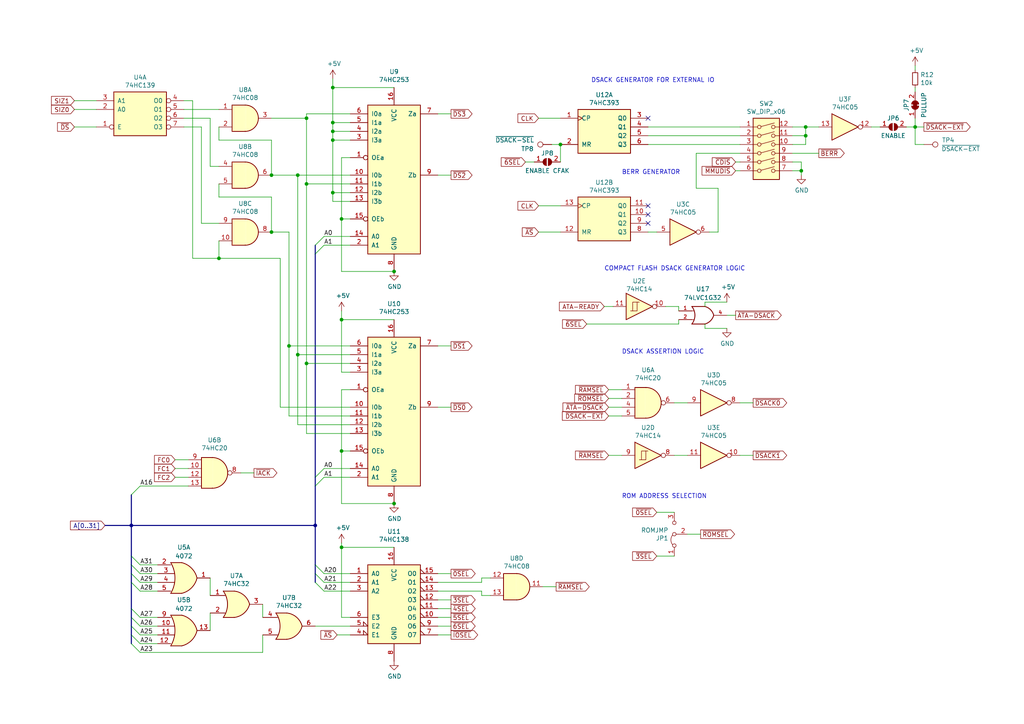
<source format=kicad_sch>
(kicad_sch (version 20250114) (generator "eeschema") (generator_version "9.0")
  (paper "A4")
  (title_block (title "Single Board Computer") (rev "2"))
  (lib_symbols
    (symbol "4xxx:4072" (pin_names (offset 1.016))
      (property "Reference" "U" (at 0 1.27 0))
      (property "Value" "4072" (at 0 -1.27 0))
      (symbol "4072_1_1"
        (pin input line (at -7.62 3.81 0) (length 3.81) (name "~") (number "2"))
        (pin input line (at -7.62 1.27 0) (length 4.826) (name "~") (number "3"))
        (pin input line (at -7.62 -1.27 0) (length 4.826) (name "~") (number "4"))
        (pin input line (at -7.62 -3.81 0) (length 3.81) (name "~") (number "5"))
        (pin output line (at 7.62 0 180) (length 3.81) (name "~") (number "1"))
      )
      (symbol "4072_1_2"
        (pin input inverted (at -7.62 3.81 0) (length 3.81) (name "~") (number "2"))
        (pin input inverted (at -7.62 1.27 0) (length 3.81) (name "~") (number "3"))
        (pin input inverted (at -7.62 -1.27 0) (length 3.81) (name "~") (number "4"))
        (pin input inverted (at -7.62 -3.81 0) (length 3.81) (name "~") (number "5"))
        (pin output inverted (at 7.62 0 180) (length 3.81) (name "~") (number "1"))
      )
      (symbol "4072_2_1"
        (pin input line (at -7.62 3.81 0) (length 3.81) (name "~") (number "9"))
        (pin input line (at -7.62 1.27 0) (length 4.826) (name "~") (number "10"))
        (pin input line (at -7.62 -1.27 0) (length 4.826) (name "~") (number "11"))
        (pin input line (at -7.62 -3.81 0) (length 3.81) (name "~") (number "12"))
        (pin output line (at 7.62 0 180) (length 3.81) (name "~") (number "13"))
      )
      (symbol "4072_2_2"
        (pin input inverted (at -7.62 3.81 0) (length 3.81) (name "~") (number "9"))
        (pin input inverted (at -7.62 1.27 0) (length 3.81) (name "~") (number "10"))
        (pin input inverted (at -7.62 -1.27 0) (length 3.81) (name "~") (number "11"))
        (pin input inverted (at -7.62 -3.81 0) (length 3.81) (name "~") (number "12"))
        (pin output inverted (at 7.62 0 180) (length 3.81) (name "~") (number "13"))
      )
      (symbol "4072_3_0"
        (pin power_in line (at 0 12.7 270) (length 5.08) (name "VDD") (number "14"))
        (pin power_in line (at 0 -12.7 90) (length 5.08) (name "VSS") (number "7"))
      )
    )
    (symbol "74xGxx:74LVC1G32" (pin_names (offset 1.016))
      (property "Reference" "U" (at -2.54 3.81 0))
      (property "Value" "74LVC1G32" (at 0 -3.81 0))
      (symbol "74LVC1G32_1_1"
        (pin input line (at -7.62 1.27 0) (length 3.81) (name "~") (number "1"))
        (pin input line (at -7.62 -1.27 0) (length 3.81) (name "~") (number "2"))
        (pin power_in line (at 0 2.54 90) (length 0) (hide yes) (name "VCC") (number "5"))
        (pin power_in line (at 0 -2.54 270) (length 0) (hide yes) (name "GND") (number "3"))
        (pin output line (at 6.35 0 180) (length 3.81) (name "~") (number "4"))
      )
    )
    (symbol "74xx:74HC14" (pin_names (offset 1.016))
      (property "Reference" "U" (at 0 1.27 0))
      (property "Value" "74HC14" (at 0 -1.27 0))
      (symbol "74HC14_1_0"
        (pin input line (at -7.62 0 0) (length 3.81) (name "~") (number "1"))
        (pin output inverted (at 7.62 0 180) (length 3.81) (name "~") (number "2"))
      )
      (symbol "74HC14_2_0"
        (pin input line (at -7.62 0 0) (length 3.81) (name "~") (number "3"))
        (pin output inverted (at 7.62 0 180) (length 3.81) (name "~") (number "4"))
      )
      (symbol "74HC14_3_0"
        (pin input line (at -7.62 0 0) (length 3.81) (name "~") (number "5"))
        (pin output inverted (at 7.62 0 180) (length 3.81) (name "~") (number "6"))
      )
      (symbol "74HC14_4_0"
        (pin input line (at -7.62 0 0) (length 3.81) (name "~") (number "9"))
        (pin output inverted (at 7.62 0 180) (length 3.81) (name "~") (number "8"))
      )
      (symbol "74HC14_5_0"
        (pin input line (at -7.62 0 0) (length 3.81) (name "~") (number "11"))
        (pin output inverted (at 7.62 0 180) (length 3.81) (name "~") (number "10"))
      )
      (symbol "74HC14_6_0"
        (pin input line (at -7.62 0 0) (length 3.81) (name "~") (number "13"))
        (pin output inverted (at 7.62 0 180) (length 3.81) (name "~") (number "12"))
      )
      (symbol "74HC14_7_0"
        (pin power_in line (at 0 12.7 270) (length 5.08) (name "VCC") (number "14"))
        (pin power_in line (at 0 -12.7 90) (length 5.08) (name "GND") (number "7"))
      )
    )
    (symbol "74xx:74LS05" (pin_names (offset 1.016))
      (property "Reference" "U" (at 0 1.27 0))
      (property "Value" "74LS05" (at 0 -1.27 0))
      (symbol "74LS05_1_0"
        (pin input line (at -7.62 0 0) (length 3.81) (name "~") (number "1"))
        (pin open_collector inverted (at 7.62 0 180) (length 3.81) (name "~") (number "2"))
      )
      (symbol "74LS05_2_0"
        (pin input line (at -7.62 0 0) (length 3.81) (name "~") (number "3"))
        (pin open_collector inverted (at 7.62 0 180) (length 3.81) (name "~") (number "4"))
      )
      (symbol "74LS05_3_0"
        (pin input line (at -7.62 0 0) (length 3.81) (name "~") (number "5"))
        (pin open_collector inverted (at 7.62 0 180) (length 3.81) (name "~") (number "6"))
      )
      (symbol "74LS05_4_0"
        (pin input line (at -7.62 0 0) (length 3.81) (name "~") (number "9"))
        (pin open_collector inverted (at 7.62 0 180) (length 3.81) (name "~") (number "8"))
      )
      (symbol "74LS05_5_0"
        (pin input line (at -7.62 0 0) (length 3.81) (name "~") (number "11"))
        (pin open_collector inverted (at 7.62 0 180) (length 3.81) (name "~") (number "10"))
      )
      (symbol "74LS05_6_0"
        (pin input line (at -7.62 0 0) (length 3.81) (name "~") (number "13"))
        (pin open_collector inverted (at 7.62 0 180) (length 3.81) (name "~") (number "12"))
      )
      (symbol "74LS05_7_0"
        (pin power_in line (at 0 12.7 270) (length 5.08) (name "VCC") (number "14"))
        (pin power_in line (at 0 -12.7 90) (length 5.08) (name "GND") (number "7"))
      )
    )
    (symbol "74xx:74LS08" (pin_names (offset 1.016))
      (property "Reference" "U" (at 0 1.27 0))
      (property "Value" "74LS08" (at 0 -1.27 0))
      (symbol "74LS08_1_1"
        (pin input line (at -7.62 2.54 0) (length 3.81) (name "~") (number "1"))
        (pin input line (at -7.62 -2.54 0) (length 3.81) (name "~") (number "2"))
        (pin output line (at 7.62 0 180) (length 3.81) (name "~") (number "3"))
      )
      (symbol "74LS08_1_2"
        (pin input inverted (at -7.62 2.54 0) (length 4.318) (name "~") (number "1"))
        (pin input inverted (at -7.62 -2.54 0) (length 4.318) (name "~") (number "2"))
        (pin output inverted (at 7.62 0 180) (length 3.81) (name "~") (number "3"))
      )
      (symbol "74LS08_2_1"
        (pin input line (at -7.62 2.54 0) (length 3.81) (name "~") (number "4"))
        (pin input line (at -7.62 -2.54 0) (length 3.81) (name "~") (number "5"))
        (pin output line (at 7.62 0 180) (length 3.81) (name "~") (number "6"))
      )
      (symbol "74LS08_2_2"
        (pin input inverted (at -7.62 2.54 0) (length 4.318) (name "~") (number "4"))
        (pin input inverted (at -7.62 -2.54 0) (length 4.318) (name "~") (number "5"))
        (pin output inverted (at 7.62 0 180) (length 3.81) (name "~") (number "6"))
      )
      (symbol "74LS08_3_1"
        (pin input line (at -7.62 2.54 0) (length 3.81) (name "~") (number "9"))
        (pin input line (at -7.62 -2.54 0) (length 3.81) (name "~") (number "10"))
        (pin output line (at 7.62 0 180) (length 3.81) (name "~") (number "8"))
      )
      (symbol "74LS08_3_2"
        (pin input inverted (at -7.62 2.54 0) (length 4.318) (name "~") (number "9"))
        (pin input inverted (at -7.62 -2.54 0) (length 4.318) (name "~") (number "10"))
        (pin output inverted (at 7.62 0 180) (length 3.81) (name "~") (number "8"))
      )
      (symbol "74LS08_4_1"
        (pin input line (at -7.62 2.54 0) (length 3.81) (name "~") (number "12"))
        (pin input line (at -7.62 -2.54 0) (length 3.81) (name "~") (number "13"))
        (pin output line (at 7.62 0 180) (length 3.81) (name "~") (number "11"))
      )
      (symbol "74LS08_4_2"
        (pin input inverted (at -7.62 2.54 0) (length 4.318) (name "~") (number "12"))
        (pin input inverted (at -7.62 -2.54 0) (length 4.318) (name "~") (number "13"))
        (pin output inverted (at 7.62 0 180) (length 3.81) (name "~") (number "11"))
      )
      (symbol "74LS08_5_0"
        (pin power_in line (at 0 12.7 270) (length 5.08) (name "VCC") (number "14"))
        (pin power_in line (at 0 -12.7 90) (length 5.08) (name "GND") (number "7"))
      )
    )
    (symbol "74xx:74LS138" (pin_names (offset 1.016))
      (property "Reference" "U" (at -7.62 11.43 0))
      (property "Value" "74LS138" (at -7.62 -13.97 0))
      (symbol "74LS138_1_0"
        (pin input line (at -12.7 7.62 0) (length 5.08) (name "A0") (number "1"))
        (pin input line (at -12.7 5.08 0) (length 5.08) (name "A1") (number "2"))
        (pin input line (at -12.7 2.54 0) (length 5.08) (name "A2") (number "3"))
        (pin input line (at -12.7 -5.08 0) (length 5.08) (name "E3") (number "6"))
        (pin input input_low (at -12.7 -7.62 0) (length 5.08) (name "E2") (number "5"))
        (pin input input_low (at -12.7 -10.16 0) (length 5.08) (name "E1") (number "4"))
        (pin power_in line (at 0 15.24 270) (length 5.08) (name "VCC") (number "16"))
        (pin power_in line (at 0 -17.78 90) (length 5.08) (name "GND") (number "8"))
        (pin output output_low (at 12.7 7.62 180) (length 5.08) (name "O0") (number "15"))
        (pin output output_low (at 12.7 5.08 180) (length 5.08) (name "O1") (number "14"))
        (pin output output_low (at 12.7 2.54 180) (length 5.08) (name "O2") (number "13"))
        (pin output output_low (at 12.7 0 180) (length 5.08) (name "O3") (number "12"))
        (pin output output_low (at 12.7 -2.54 180) (length 5.08) (name "O4") (number "11"))
        (pin output output_low (at 12.7 -5.08 180) (length 5.08) (name "O5") (number "10"))
        (pin output output_low (at 12.7 -7.62 180) (length 5.08) (name "O6") (number "9"))
        (pin output output_low (at 12.7 -10.16 180) (length 5.08) (name "O7") (number "7"))
      )
    )
    (symbol "74xx:74LS139" (pin_names (offset 1.016))
      (property "Reference" "U" (at -7.62 8.89 0))
      (property "Value" "74LS139" (at -7.62 -8.89 0))
      (symbol "74LS139_1_0"
        (pin input line (at -12.7 2.54 0) (length 5.08) (name "A1") (number "3"))
        (pin input line (at -12.7 0 0) (length 5.08) (name "A0") (number "2"))
        (pin input inverted (at -12.7 -5.08 0) (length 5.08) (name "E") (number "1"))
        (pin output inverted (at 12.7 2.54 180) (length 5.08) (name "O0") (number "4"))
        (pin output inverted (at 12.7 0 180) (length 5.08) (name "O1") (number "5"))
        (pin output inverted (at 12.7 -2.54 180) (length 5.08) (name "O2") (number "6"))
        (pin output inverted (at 12.7 -5.08 180) (length 5.08) (name "O3") (number "7"))
      )
      (symbol "74LS139_2_0"
        (pin input line (at -12.7 2.54 0) (length 5.08) (name "A1") (number "13"))
        (pin input line (at -12.7 0 0) (length 5.08) (name "A0") (number "14"))
        (pin input inverted (at -12.7 -5.08 0) (length 5.08) (name "E") (number "15"))
        (pin output inverted (at 12.7 2.54 180) (length 5.08) (name "O0") (number "12"))
        (pin output inverted (at 12.7 0 180) (length 5.08) (name "O1") (number "11"))
        (pin output inverted (at 12.7 -2.54 180) (length 5.08) (name "O2") (number "10"))
        (pin output inverted (at 12.7 -5.08 180) (length 5.08) (name "O3") (number "9"))
      )
      (symbol "74LS139_3_0"
        (pin power_in line (at 0 12.7 270) (length 5.08) (name "VCC") (number "16"))
        (pin power_in line (at 0 -12.7 90) (length 5.08) (name "GND") (number "8"))
      )
    )
    (symbol "74xx:74LS20" (pin_names (offset 1.016))
      (property "Reference" "U" (at 0 1.27 0))
      (property "Value" "74LS20" (at 0 -1.27 0))
      (symbol "74LS20_1_1"
        (pin input line (at -7.62 3.81 0) (length 3.81) (name "~") (number "1"))
        (pin input line (at -7.62 1.27 0) (length 3.81) (name "~") (number "2"))
        (pin input line (at -7.62 -1.27 0) (length 3.81) (name "~") (number "4"))
        (pin input line (at -7.62 -3.81 0) (length 3.81) (name "~") (number "5"))
        (pin output inverted (at 7.62 0 180) (length 3.81) (name "~") (number "6"))
      )
      (symbol "74LS20_1_2"
        (pin input inverted (at -7.62 3.81 0) (length 3.81) (name "~") (number "1"))
        (pin input inverted (at -7.62 1.27 0) (length 4.826) (name "~") (number "2"))
        (pin input inverted (at -7.62 -1.27 0) (length 4.826) (name "~") (number "4"))
        (pin input inverted (at -7.62 -3.81 0) (length 3.81) (name "~") (number "5"))
        (pin output line (at 7.62 0 180) (length 3.81) (name "~") (number "6"))
      )
      (symbol "74LS20_2_1"
        (pin input line (at -7.62 3.81 0) (length 3.81) (name "~") (number "9"))
        (pin input line (at -7.62 1.27 0) (length 3.81) (name "~") (number "10"))
        (pin input line (at -7.62 -1.27 0) (length 3.81) (name "~") (number "12"))
        (pin input line (at -7.62 -3.81 0) (length 3.81) (name "~") (number "13"))
        (pin output inverted (at 7.62 0 180) (length 3.81) (name "~") (number "8"))
      )
      (symbol "74LS20_2_2"
        (pin input inverted (at -7.62 3.81 0) (length 3.81) (name "~") (number "9"))
        (pin input inverted (at -7.62 1.27 0) (length 4.826) (name "~") (number "10"))
        (pin input inverted (at -7.62 -1.27 0) (length 4.826) (name "~") (number "12"))
        (pin input inverted (at -7.62 -3.81 0) (length 3.81) (name "~") (number "13"))
        (pin output line (at 7.62 0 180) (length 3.81) (name "~") (number "8"))
      )
      (symbol "74LS20_3_0"
        (pin power_in line (at 0 12.7 270) (length 5.08) (name "VCC") (number "14"))
        (pin power_in line (at 0 -12.7 90) (length 5.08) (name "GND") (number "7"))
      )
    )
    (symbol "74xx:74LS253" (pin_names (offset 1.016))
      (property "Reference" "U" (at -7.62 21.59 0))
      (property "Value" "74LS253" (at -7.62 -24.13 0))
      (symbol "74LS253_1_0"
        (pin input line (at -12.7 17.78 0) (length 5.08) (name "I0a") (number "6"))
        (pin input line (at -12.7 15.24 0) (length 5.08) (name "I1a") (number "5"))
        (pin input line (at -12.7 12.7 0) (length 5.08) (name "I2a") (number "4"))
        (pin input line (at -12.7 10.16 0) (length 5.08) (name "I3a") (number "3"))
        (pin input inverted (at -12.7 5.08 0) (length 5.08) (name "OEa") (number "1"))
        (pin input line (at -12.7 0 0) (length 5.08) (name "I0b") (number "10"))
        (pin input line (at -12.7 -2.54 0) (length 5.08) (name "I1b") (number "11"))
        (pin input line (at -12.7 -5.08 0) (length 5.08) (name "I2b") (number "12"))
        (pin input line (at -12.7 -7.62 0) (length 5.08) (name "I3b") (number "13"))
        (pin input inverted (at -12.7 -12.7 0) (length 5.08) (name "OEb") (number "15"))
        (pin input line (at -12.7 -17.78 0) (length 5.08) (name "A0") (number "14"))
        (pin input line (at -12.7 -20.32 0) (length 5.08) (name "A1") (number "2"))
        (pin power_in line (at 0 25.4 270) (length 5.08) (name "VCC") (number "16"))
        (pin power_in line (at 0 -27.94 90) (length 5.08) (name "GND") (number "8"))
        (pin tri_state line (at 12.7 17.78 180) (length 5.08) (name "Za") (number "7"))
        (pin tri_state line (at 12.7 0 180) (length 5.08) (name "Zb") (number "9"))
      )
    )
    (symbol "74xx:74LS32" (pin_names (offset 1.016))
      (property "Reference" "U" (at 0 1.27 0))
      (property "Value" "74LS32" (at 0 -1.27 0))
      (symbol "74LS32_1_1"
        (pin input line (at -7.62 2.54 0) (length 4.318) (name "~") (number "1"))
        (pin input line (at -7.62 -2.54 0) (length 4.318) (name "~") (number "2"))
        (pin output line (at 7.62 0 180) (length 3.81) (name "~") (number "3"))
      )
      (symbol "74LS32_1_2"
        (pin input inverted (at -7.62 2.54 0) (length 3.81) (name "~") (number "1"))
        (pin input inverted (at -7.62 -2.54 0) (length 3.81) (name "~") (number "2"))
        (pin output inverted (at 7.62 0 180) (length 3.81) (name "~") (number "3"))
      )
      (symbol "74LS32_2_1"
        (pin input line (at -7.62 2.54 0) (length 4.318) (name "~") (number "4"))
        (pin input line (at -7.62 -2.54 0) (length 4.318) (name "~") (number "5"))
        (pin output line (at 7.62 0 180) (length 3.81) (name "~") (number "6"))
      )
      (symbol "74LS32_2_2"
        (pin input inverted (at -7.62 2.54 0) (length 3.81) (name "~") (number "4"))
        (pin input inverted (at -7.62 -2.54 0) (length 3.81) (name "~") (number "5"))
        (pin output inverted (at 7.62 0 180) (length 3.81) (name "~") (number "6"))
      )
      (symbol "74LS32_3_1"
        (pin input line (at -7.62 2.54 0) (length 4.318) (name "~") (number "9"))
        (pin input line (at -7.62 -2.54 0) (length 4.318) (name "~") (number "10"))
        (pin output line (at 7.62 0 180) (length 3.81) (name "~") (number "8"))
      )
      (symbol "74LS32_3_2"
        (pin input inverted (at -7.62 2.54 0) (length 3.81) (name "~") (number "9"))
        (pin input inverted (at -7.62 -2.54 0) (length 3.81) (name "~") (number "10"))
        (pin output inverted (at 7.62 0 180) (length 3.81) (name "~") (number "8"))
      )
      (symbol "74LS32_4_1"
        (pin input line (at -7.62 2.54 0) (length 4.318) (name "~") (number "12"))
        (pin input line (at -7.62 -2.54 0) (length 4.318) (name "~") (number "13"))
        (pin output line (at 7.62 0 180) (length 3.81) (name "~") (number "11"))
      )
      (symbol "74LS32_4_2"
        (pin input inverted (at -7.62 2.54 0) (length 3.81) (name "~") (number "12"))
        (pin input inverted (at -7.62 -2.54 0) (length 3.81) (name "~") (number "13"))
        (pin output inverted (at 7.62 0 180) (length 3.81) (name "~") (number "11"))
      )
      (symbol "74LS32_5_0"
        (pin power_in line (at 0 12.7 270) (length 5.08) (name "VCC") (number "14"))
        (pin power_in line (at 0 -12.7 90) (length 5.08) (name "GND") (number "7"))
      )
    )
    (symbol "74xx:74LS393" (pin_names (offset 1.016))
      (property "Reference" "U" (at -7.62 8.89 0))
      (property "Value" "74LS393" (at -7.62 -8.89 0))
      (symbol "74LS393_1_0"
        (pin input clock (at -12.7 2.54 0) (length 5.08) (name "CP") (number "1"))
        (pin input line (at -12.7 -5.08 0) (length 5.08) (name "MR") (number "2"))
        (pin output line (at 12.7 2.54 180) (length 5.08) (name "Q0") (number "3"))
        (pin output line (at 12.7 0 180) (length 5.08) (name "Q1") (number "4"))
        (pin output line (at 12.7 -2.54 180) (length 5.08) (name "Q2") (number "5"))
        (pin output line (at 12.7 -5.08 180) (length 5.08) (name "Q3") (number "6"))
      )
      (symbol "74LS393_2_0"
        (pin input clock (at -12.7 2.54 0) (length 5.08) (name "CP") (number "13"))
        (pin input line (at -12.7 -5.08 0) (length 5.08) (name "MR") (number "12"))
        (pin output line (at 12.7 2.54 180) (length 5.08) (name "Q0") (number "11"))
        (pin output line (at 12.7 0 180) (length 5.08) (name "Q1") (number "10"))
        (pin output line (at 12.7 -2.54 180) (length 5.08) (name "Q2") (number "9"))
        (pin output line (at 12.7 -5.08 180) (length 5.08) (name "Q3") (number "8"))
      )
      (symbol "74LS393_3_0"
        (pin power_in line (at 0 12.7 270) (length 5.08) (name "VCC") (number "14"))
        (pin power_in line (at 0 -12.7 90) (length 5.08) (name "GND") (number "7"))
      )
    )
    (symbol "Connector:TestPoint" (pin_numbers (hide yes)) (pin_names (offset 0.762) (hide yes))
      (property "Reference" "TP" (at 0 6.858 0))
      (property "Value" "TestPoint" (at 0 5.08 0))
      (symbol "TestPoint_1_1"
        (pin passive line (at 0 0 90) (length 2.54) (name "1") (number "1"))
      )
    )
    (symbol "Device:R_Small" (pin_numbers (hide yes)) (pin_names (offset 0.254) (hide yes))
      (property "Reference" "R" (at 0.762 0.508 0))
      (property "Value" "R_Small" (at 0.762 -1.016 0))
      (symbol "R_Small_1_1"
        (pin passive line (at 0 2.54 270) (length 0.762) (name "~") (number "1"))
        (pin passive line (at 0 -2.54 90) (length 0.762) (name "~") (number "2"))
      )
    )
    (symbol "Jumper:Jumper_3_Bridged12" (pin_names (offset 0) (hide yes))
      (property "Reference" "JP" (at -2.54 -2.54 0))
      (property "Value" "Jumper_3_Bridged12" (at 0 2.794 0))
      (symbol "Jumper_3_Bridged12_1_1"
        (pin passive line (at -6.35 0 0) (length 2.54) (name "A") (number "1"))
        (pin passive line (at 0 -3.81 90) (length 2.54) (name "C") (number "2"))
        (pin passive line (at 6.35 0 180) (length 2.54) (name "B") (number "3"))
      )
    )
    (symbol "Jumper:SolderJumper_2_Bridged" (pin_names (offset 0) (hide yes))
      (property "Reference" "JP" (at 0 2.032 0))
      (property "Value" "SolderJumper_2_Bridged" (at 0 -2.54 0))
      (symbol "SolderJumper_2_Bridged_1_1"
        (pin passive line (at -3.81 0 0) (length 2.54) (name "A") (number "1"))
        (pin passive line (at 3.81 0 180) (length 2.54) (name "B") (number "2"))
      )
    )
    (symbol "Jumper:SolderJumper_2_Open" (pin_names (offset 0) (hide yes))
      (property "Reference" "JP" (at 0 2.032 0))
      (property "Value" "SolderJumper_2_Open" (at 0 -2.54 0))
      (symbol "SolderJumper_2_Open_1_1"
        (pin passive line (at -3.81 0 0) (length 2.54) (name "A") (number "1"))
        (pin passive line (at 3.81 0 180) (length 2.54) (name "B") (number "2"))
      )
    )
    (symbol "Switch:SW_DIP_x06" (pin_names (offset 0) (hide yes))
      (property "Reference" "SW" (at 0 11.43 0))
      (property "Value" "SW_DIP_x06" (at 0 -8.89 0))
      (symbol "SW_DIP_x06_1_1"
        (pin passive line (at -7.62 7.62 0) (length 5.08) (name "~") (number "1"))
        (pin passive line (at -7.62 5.08 0) (length 5.08) (name "~") (number "2"))
        (pin passive line (at -7.62 2.54 0) (length 5.08) (name "~") (number "3"))
        (pin passive line (at -7.62 0 0) (length 5.08) (name "~") (number "4"))
        (pin passive line (at -7.62 -2.54 0) (length 5.08) (name "~") (number "5"))
        (pin passive line (at -7.62 -5.08 0) (length 5.08) (name "~") (number "6"))
        (pin passive line (at 7.62 7.62 180) (length 5.08) (name "~") (number "12"))
        (pin passive line (at 7.62 5.08 180) (length 5.08) (name "~") (number "11"))
        (pin passive line (at 7.62 2.54 180) (length 5.08) (name "~") (number "10"))
        (pin passive line (at 7.62 0 180) (length 5.08) (name "~") (number "9"))
        (pin passive line (at 7.62 -2.54 180) (length 5.08) (name "~") (number "8"))
        (pin passive line (at 7.62 -5.08 180) (length 5.08) (name "~") (number "7"))
      )
    )
    (symbol "power:+5V" (power) (pin_names (offset 0))
      (property "Value" "+5V" (at 0 3.556 0))
      (symbol "+5V_1_1"
        (pin power_in line (at 0 0 90) (length 0) (hide yes) (name "+5V") (number "1"))
      )
    )
    (symbol "power:GND" (power) (pin_names (offset 0))
      (property "Value" "GND" (at 0 -3.81 0))
      (symbol "GND_1_1"
        (pin power_in line (at 0 0 270) (length 0) (hide yes) (name "GND") (number "1"))
      )
    )
  )
  (text "DSACK ASSERTION LOGIC" (at 180.34 102.87 0) (effects (font (size 1.27 1.27)) (justify left bottom)))
  (text "DSACK GENERATOR FOR EXTERNAL IO" (at 171.45 24.13 0) (effects (font (size 1.27 1.27)) (justify left bottom)))
  (text "BERR GENERATOR" (at 180.34 50.8 0) (effects (font (size 1.27 1.27)) (justify left bottom)))
  (text "COMPACT FLASH DSACK GENERATOR LOGIC" (at 175.26 78.74 0) (effects (font (size 1.27 1.27)) (justify left bottom)))
  (text "ROM ADDRESS SELECTION" (at 180.34 144.78 0) (effects (font (size 1.27 1.27)) (justify left bottom)))
  (junction (at 162.56 41.91))
  (junction (at 78.74 50.8))
  (junction (at 78.74 67.31))
  (junction (at 91.44 152.4))
  (junction (at 233.68 39.37))
  (junction (at 96.52 38.1))
  (junction (at 88.9 34.29))
  (junction (at 99.06 158.75))
  (junction (at 233.68 36.83))
  (junction (at 114.3 146.05))
  (junction (at 83.82 100.33))
  (junction (at 86.36 50.8))
  (junction (at 114.3 78.74))
  (junction (at 96.52 35.56))
  (junction (at 96.52 25.4))
  (junction (at 232.41 49.53))
  (junction (at 88.9 105.41))
  (junction (at 88.9 53.34))
  (junction (at 38.1 152.4))
  (junction (at 99.06 92.71))
  (junction (at 265.43 36.83))
  (junction (at 86.36 102.87))
  (junction (at 63.5 74.93))
  (junction (at 99.06 63.5))
  (junction (at 99.06 130.81))
  (junction (at 96.52 55.88))
  (junction (at 96.52 40.64))
  (no_connect (at 187.96 59.69))
  (no_connect (at 187.96 64.77))
  (no_connect (at 187.96 34.29))
  (no_connect (at 187.96 62.23))
  (bus_entry (at 93.98 135.89) (size -2.54 2.54))
  (bus_entry (at 38.1 176.53) (size 2.54 2.54))
  (bus_entry (at 93.98 138.43) (size -2.54 2.54))
  (bus_entry (at 38.1 184.15) (size 2.54 2.54))
  (bus_entry (at 91.44 163.83) (size 2.54 2.54))
  (bus_entry (at 40.64 140.97) (size -2.54 2.54))
  (bus_entry (at 38.1 161.29) (size 2.54 2.54))
  (bus_entry (at 93.98 68.58) (size -2.54 2.54))
  (bus_entry (at 38.1 179.07) (size 2.54 2.54))
  (bus_entry (at 38.1 168.91) (size 2.54 2.54))
  (bus_entry (at 91.44 166.37) (size 2.54 2.54))
  (bus_entry (at 38.1 186.69) (size 2.54 2.54))
  (bus_entry (at 38.1 166.37) (size 2.54 2.54))
  (bus_entry (at 38.1 181.61) (size 2.54 2.54))
  (bus_entry (at 93.98 71.12) (size -2.54 2.54))
  (bus_entry (at 91.44 168.91) (size 2.54 2.54))
  (bus_entry (at 38.1 163.83) (size 2.54 2.54))
  (wire (pts (xy 176.53 120.65) (xy 180.34 120.65)))
  (wire (pts (xy 99.06 45.72) (xy 99.06 63.5)))
  (wire (pts (xy 139.7 172.72) (xy 142.24 172.72)))
  (wire (pts (xy 187.96 39.37) (xy 214.63 39.37)))
  (wire (pts (xy 130.81 173.99) (xy 127 173.99)))
  (wire (pts (xy 229.87 39.37) (xy 233.68 39.37)))
  (wire (pts (xy 127 100.33) (xy 130.81 100.33)))
  (bus (pts (xy 91.44 140.97) (xy 91.44 152.4)))
  (wire (pts (xy 127 118.11) (xy 130.81 118.11)))
  (wire (pts (xy 40.64 171.45) (xy 45.72 171.45)))
  (wire (pts (xy 81.28 118.11) (xy 101.6 118.11)))
  (wire (pts (xy 96.52 58.42) (xy 96.52 55.88)))
  (wire (pts (xy 21.59 29.21) (xy 27.94 29.21)))
  (wire (pts (xy 232.41 50.8) (xy 232.41 49.53)))
  (wire (pts (xy 63.5 40.64) (xy 78.74 40.64)))
  (wire (pts (xy 101.6 45.72) (xy 99.06 45.72)))
  (wire (pts (xy 162.56 41.91) (xy 162.56 46.99)))
  (wire (pts (xy 40.64 181.61) (xy 45.72 181.61)))
  (wire (pts (xy 99.06 130.81) (xy 99.06 146.05)))
  (wire (pts (xy 213.36 46.99) (xy 214.63 46.99)))
  (bus (pts (xy 38.1 152.4) (xy 30.48 152.4)))
  (wire (pts (xy 53.34 36.83) (xy 58.42 36.83)))
  (wire (pts (xy 96.52 25.4) (xy 96.52 22.86)))
  (wire (pts (xy 101.6 38.1) (xy 96.52 38.1)))
  (wire (pts (xy 60.96 172.72) (xy 60.96 167.64)))
  (wire (pts (xy 130.81 184.15) (xy 127 184.15)))
  (bus (pts (xy 38.1 179.07) (xy 38.1 181.61)))
  (wire (pts (xy 96.52 35.56) (xy 96.52 25.4)))
  (wire (pts (xy 58.42 36.83) (xy 58.42 64.77)))
  (wire (pts (xy 229.87 36.83) (xy 233.68 36.83)))
  (wire (pts (xy 170.18 93.98) (xy 196.85 93.98)))
  (wire (pts (xy 127 176.53) (xy 130.81 176.53)))
  (wire (pts (xy 213.36 49.53) (xy 214.63 49.53)))
  (wire (pts (xy 60.96 34.29) (xy 60.96 48.26)))
  (bus (pts (xy 38.1 168.91) (xy 38.1 176.53)))
  (wire (pts (xy 93.98 135.89) (xy 101.6 135.89)))
  (wire (pts (xy 195.58 132.08) (xy 199.39 132.08)))
  (wire (pts (xy 53.34 29.21) (xy 55.88 29.21)))
  (wire (pts (xy 63.5 53.34) (xy 63.5 57.15)))
  (wire (pts (xy 201.93 54.61) (xy 201.93 44.45)))
  (wire (pts (xy 139.7 167.64) (xy 142.24 167.64)))
  (wire (pts (xy 99.06 92.71) (xy 99.06 90.17)))
  (wire (pts (xy 203.2 154.94) (xy 199.39 154.94)))
  (wire (pts (xy 101.6 113.03) (xy 99.06 113.03)))
  (wire (pts (xy 205.74 67.31) (xy 208.28 67.31)))
  (bus (pts (xy 38.1 166.37) (xy 38.1 168.91)))
  (wire (pts (xy 127 171.45) (xy 139.7 171.45)))
  (wire (pts (xy 86.36 102.87) (xy 101.6 102.87)))
  (wire (pts (xy 93.98 171.45) (xy 101.6 171.45)))
  (wire (pts (xy 86.36 123.19) (xy 101.6 123.19)))
  (wire (pts (xy 86.36 102.87) (xy 86.36 123.19)))
  (wire (pts (xy 101.6 55.88) (xy 96.52 55.88)))
  (wire (pts (xy 81.28 74.93) (xy 81.28 118.11)))
  (wire (pts (xy 204.47 95.25) (xy 204.47 93.98)))
  (wire (pts (xy 55.88 74.93) (xy 63.5 74.93)))
  (wire (pts (xy 152.4 46.99) (xy 154.94 46.99)))
  (wire (pts (xy 99.06 146.05) (xy 114.3 146.05)))
  (wire (pts (xy 99.06 179.07) (xy 101.6 179.07)))
  (wire (pts (xy 156.21 67.31) (xy 162.56 67.31)))
  (wire (pts (xy 265.43 36.83) (xy 265.43 41.91)))
  (wire (pts (xy 265.43 25.4) (xy 265.43 26.67)))
  (wire (pts (xy 99.06 130.81) (xy 101.6 130.81)))
  (wire (pts (xy 88.9 105.41) (xy 88.9 125.73)))
  (wire (pts (xy 40.64 166.37) (xy 45.72 166.37)))
  (wire (pts (xy 262.89 36.83) (xy 265.43 36.83)))
  (wire (pts (xy 53.34 31.75) (xy 63.5 31.75)))
  (wire (pts (xy 214.63 132.08) (xy 218.44 132.08)))
  (wire (pts (xy 139.7 168.91) (xy 139.7 167.64)))
  (wire (pts (xy 40.64 179.07) (xy 45.72 179.07)))
  (wire (pts (xy 190.5 148.59) (xy 195.58 148.59)))
  (wire (pts (xy 99.06 113.03) (xy 99.06 130.81)))
  (wire (pts (xy 201.93 44.45) (xy 214.63 44.45)))
  (wire (pts (xy 40.64 189.23) (xy 76.2 189.23)))
  (wire (pts (xy 40.64 163.83) (xy 45.72 163.83)))
  (wire (pts (xy 232.41 46.99) (xy 229.87 46.99)))
  (wire (pts (xy 156.21 34.29) (xy 162.56 34.29)))
  (wire (pts (xy 101.6 53.34) (xy 88.9 53.34)))
  (wire (pts (xy 78.74 34.29) (xy 88.9 34.29)))
  (wire (pts (xy 214.63 116.84) (xy 218.44 116.84)))
  (wire (pts (xy 83.82 100.33) (xy 83.82 120.65)))
  (wire (pts (xy 88.9 53.34) (xy 88.9 34.29)))
  (wire (pts (xy 176.53 132.08) (xy 180.34 132.08)))
  (wire (pts (xy 114.3 158.75) (xy 99.06 158.75)))
  (wire (pts (xy 265.43 41.91) (xy 267.97 41.91)))
  (wire (pts (xy 265.43 19.05) (xy 265.43 20.32)))
  (wire (pts (xy 63.5 69.85) (xy 63.5 74.93)))
  (wire (pts (xy 88.9 125.73) (xy 101.6 125.73)))
  (wire (pts (xy 99.06 63.5) (xy 99.06 78.74)))
  (wire (pts (xy 176.53 115.57) (xy 180.34 115.57)))
  (bus (pts (xy 38.1 161.29) (xy 38.1 163.83)))
  (bus (pts (xy 91.44 71.12) (xy 91.44 73.66)))
  (wire (pts (xy 130.81 179.07) (xy 127 179.07)))
  (wire (pts (xy 190.5 161.29) (xy 195.58 161.29)))
  (wire (pts (xy 99.06 63.5) (xy 101.6 63.5)))
  (wire (pts (xy 101.6 35.56) (xy 96.52 35.56)))
  (wire (pts (xy 93.98 71.12) (xy 101.6 71.12)))
  (wire (pts (xy 195.58 116.84) (xy 199.39 116.84)))
  (bus (pts (xy 91.44 152.4) (xy 38.1 152.4)))
  (wire (pts (xy 93.98 138.43) (xy 101.6 138.43)))
  (wire (pts (xy 50.8 138.43) (xy 54.61 138.43)))
  (wire (pts (xy 76.2 189.23) (xy 76.2 184.15)))
  (wire (pts (xy 54.61 135.89) (xy 50.8 135.89)))
  (wire (pts (xy 21.59 31.75) (xy 27.94 31.75)))
  (wire (pts (xy 99.06 107.95) (xy 99.06 92.71)))
  (wire (pts (xy 190.5 67.31) (xy 187.96 67.31)))
  (wire (pts (xy 83.82 120.65) (xy 101.6 120.65)))
  (wire (pts (xy 78.74 57.15) (xy 78.74 67.31)))
  (wire (pts (xy 83.82 67.31) (xy 83.82 100.33)))
  (wire (pts (xy 63.5 74.93) (xy 81.28 74.93)))
  (wire (pts (xy 127 33.02) (xy 130.81 33.02)))
  (wire (pts (xy 97.79 184.15) (xy 101.6 184.15)))
  (wire (pts (xy 139.7 171.45) (xy 139.7 172.72)))
  (wire (pts (xy 229.87 44.45) (xy 237.49 44.45)))
  (wire (pts (xy 265.43 36.83) (xy 267.97 36.83)))
  (wire (pts (xy 208.28 67.31) (xy 208.28 54.61)))
  (wire (pts (xy 53.34 34.29) (xy 60.96 34.29)))
  (wire (pts (xy 96.52 38.1) (xy 96.52 35.56)))
  (bus (pts (xy 91.44 163.83) (xy 91.44 166.37)))
  (wire (pts (xy 187.96 36.83) (xy 214.63 36.83)))
  (wire (pts (xy 176.53 113.03) (xy 180.34 113.03)))
  (wire (pts (xy 55.88 29.21) (xy 55.88 74.93)))
  (bus (pts (xy 38.1 184.15) (xy 38.1 186.69)))
  (wire (pts (xy 88.9 34.29) (xy 88.9 33.02)))
  (bus (pts (xy 91.44 166.37) (xy 91.44 168.91)))
  (wire (pts (xy 127 50.8) (xy 130.81 50.8)))
  (wire (pts (xy 210.82 87.63) (xy 204.47 87.63)))
  (wire (pts (xy 88.9 33.02) (xy 101.6 33.02)))
  (wire (pts (xy 252.73 36.83) (xy 255.27 36.83)))
  (wire (pts (xy 88.9 53.34) (xy 88.9 105.41)))
  (wire (pts (xy 229.87 49.53) (xy 232.41 49.53)))
  (wire (pts (xy 96.52 40.64) (xy 96.52 38.1)))
  (wire (pts (xy 127 181.61) (xy 130.81 181.61)))
  (bus (pts (xy 38.1 163.83) (xy 38.1 166.37)))
  (wire (pts (xy 63.5 36.83) (xy 63.5 40.64)))
  (wire (pts (xy 99.06 92.71) (xy 114.3 92.71)))
  (wire (pts (xy 101.6 107.95) (xy 99.06 107.95)))
  (wire (pts (xy 161.29 170.18) (xy 157.48 170.18)))
  (wire (pts (xy 88.9 105.41) (xy 101.6 105.41)))
  (wire (pts (xy 160.02 41.91) (xy 162.56 41.91)))
  (bus (pts (xy 38.1 181.61) (xy 38.1 184.15)))
  (wire (pts (xy 229.87 41.91) (xy 233.68 41.91)))
  (wire (pts (xy 210.82 91.44) (xy 213.36 91.44)))
  (wire (pts (xy 93.98 166.37) (xy 101.6 166.37)))
  (wire (pts (xy 96.52 25.4) (xy 114.3 25.4)))
  (wire (pts (xy 233.68 41.91) (xy 233.68 39.37)))
  (bus (pts (xy 91.44 152.4) (xy 91.44 163.83)))
  (wire (pts (xy 50.8 133.35) (xy 54.61 133.35)))
  (bus (pts (xy 38.1 152.4) (xy 38.1 161.29)))
  (wire (pts (xy 76.2 175.26) (xy 76.2 179.07)))
  (wire (pts (xy 193.04 88.9) (xy 196.85 88.9)))
  (wire (pts (xy 101.6 58.42) (xy 96.52 58.42)))
  (wire (pts (xy 54.61 140.97) (xy 40.64 140.97)))
  (wire (pts (xy 40.64 186.69) (xy 45.72 186.69)))
  (bus (pts (xy 38.1 143.51) (xy 38.1 152.4)))
  (wire (pts (xy 233.68 39.37) (xy 233.68 36.83)))
  (wire (pts (xy 99.06 78.74) (xy 114.3 78.74)))
  (wire (pts (xy 187.96 41.91) (xy 214.63 41.91)))
  (wire (pts (xy 196.85 88.9) (xy 196.85 90.17)))
  (wire (pts (xy 21.59 36.83) (xy 27.94 36.83)))
  (wire (pts (xy 83.82 100.33) (xy 101.6 100.33)))
  (wire (pts (xy 60.96 182.88) (xy 60.96 177.8)))
  (wire (pts (xy 86.36 50.8) (xy 101.6 50.8)))
  (wire (pts (xy 69.85 137.16) (xy 73.66 137.16)))
  (wire (pts (xy 40.64 168.91) (xy 45.72 168.91)))
  (wire (pts (xy 91.44 181.61) (xy 101.6 181.61)))
  (wire (pts (xy 196.85 93.98) (xy 196.85 92.71)))
  (wire (pts (xy 58.42 64.77) (xy 63.5 64.77)))
  (wire (pts (xy 99.06 157.48) (xy 99.06 158.75)))
  (wire (pts (xy 63.5 57.15) (xy 78.74 57.15)))
  (wire (pts (xy 176.53 118.11) (xy 180.34 118.11)))
  (wire (pts (xy 60.96 48.26) (xy 63.5 48.26)))
  (bus (pts (xy 38.1 176.53) (xy 38.1 179.07)))
  (wire (pts (xy 127 168.91) (xy 139.7 168.91)))
  (wire (pts (xy 204.47 95.25) (xy 210.82 95.25)))
  (wire (pts (xy 93.98 68.58) (xy 101.6 68.58)))
  (bus (pts (xy 91.44 138.43) (xy 91.44 140.97)))
  (wire (pts (xy 40.64 184.15) (xy 45.72 184.15)))
  (wire (pts (xy 78.74 50.8) (xy 86.36 50.8)))
  (wire (pts (xy 96.52 55.88) (xy 96.52 40.64)))
  (wire (pts (xy 204.47 88.9) (xy 204.47 87.63)))
  (wire (pts (xy 99.06 179.07) (xy 99.06 158.75)))
  (bus (pts (xy 91.44 73.66) (xy 91.44 138.43)))
  (wire (pts (xy 232.41 49.53) (xy 232.41 46.99)))
  (wire (pts (xy 101.6 40.64) (xy 96.52 40.64)))
  (wire (pts (xy 78.74 40.64) (xy 78.74 50.8)))
  (wire (pts (xy 175.26 88.9) (xy 177.8 88.9)))
  (wire (pts (xy 93.98 168.91) (xy 101.6 168.91)))
  (wire (pts (xy 233.68 36.83) (xy 237.49 36.83)))
  (wire (pts (xy 208.28 54.61) (xy 201.93 54.61)))
  (wire (pts (xy 156.21 59.69) (xy 162.56 59.69)))
  (wire (pts (xy 265.43 34.29) (xy 265.43 36.83)))
  (wire (pts (xy 78.74 67.31) (xy 83.82 67.31)))
  (wire (pts (xy 127 166.37) (xy 130.81 166.37)))
  (wire (pts (xy 86.36 50.8) (xy 86.36 102.87)))
  (label "A0" (at 93.98 68.58 0))
  (label "A28" (at 40.64 171.45 0))
  (label "A24" (at 40.64 186.69 0))
  (label "A0" (at 93.98 135.89 0))
  (label "A31" (at 40.64 163.83 0))
  (label "A27" (at 40.64 179.07 0))
  (label "A1" (at 93.98 138.43 0))
  (label "A30" (at 40.64 166.37 0))
  (label "A20" (at 93.98 166.37 0))
  (label "A29" (at 40.64 168.91 0))
  (label "A1" (at 93.98 71.12 0))
  (label "A16" (at 40.64 140.97 0))
  (label "A22" (at 93.98 171.45 0))
  (label "A25" (at 40.64 184.15 0))
  (label "A23" (at 40.64 189.23 0))
  (label "A26" (at 40.64 181.61 0))
  (label "A21" (at 93.98 168.91 0))
  (global_label "~{DS0}" (shape output) (at 130.81 118.11 0) (property "Intersheetrefs" "${INTERSHEET_REFS}" (effects (hide yes))))
  (global_label "~{6SEL}" (shape output) (at 130.81 181.61 0) (property "Intersheetrefs" "${INTERSHEET_REFS}" (effects (hide yes))))
  (global_label "~{DSACK-EXT}" (shape output) (at 267.97 36.83 0) (property "Intersheetrefs" "${INTERSHEET_REFS}" (effects (hide yes))))
  (global_label "~{DS}" (shape input) (at 21.59 36.83 180) (property "Intersheetrefs" "${INTERSHEET_REFS}" (effects (hide yes))))
  (global_label "~{ROMSEL}" (shape input) (at 176.53 115.57 180) (property "Intersheetrefs" "${INTERSHEET_REFS}" (effects (hide yes))))
  (global_label "~{0SEL}" (shape input) (at 190.5 148.59 180) (property "Intersheetrefs" "${INTERSHEET_REFS}" (effects (hide yes))))
  (global_label "FC0" (shape input) (at 50.8 133.35 180) (property "Intersheetrefs" "${INTERSHEET_REFS}" (effects (hide yes))))
  (global_label "~{DSACK0}" (shape output) (at 218.44 116.84 0) (property "Intersheetrefs" "${INTERSHEET_REFS}" (effects (hide yes))))
  (global_label "SIZ1" (shape input) (at 21.59 29.21 180) (property "Intersheetrefs" "${INTERSHEET_REFS}" (effects (hide yes))))
  (global_label "~{RAMSEL}" (shape output) (at 161.29 170.18 0) (property "Intersheetrefs" "${INTERSHEET_REFS}" (effects (hide yes))))
  (global_label "FC1" (shape input) (at 50.8 135.89 180) (property "Intersheetrefs" "${INTERSHEET_REFS}" (effects (hide yes))))
  (global_label "~{6SEL}" (shape input) (at 152.4 46.99 180) (property "Intersheetrefs" "${INTERSHEET_REFS}" (effects (hide yes))))
  (global_label "~{3SEL}" (shape output) (at 130.81 173.99 0) (property "Intersheetrefs" "${INTERSHEET_REFS}" (effects (hide yes))))
  (global_label "~{ROMSEL}" (shape output) (at 203.2 154.94 0) (property "Intersheetrefs" "${INTERSHEET_REFS}" (effects (hide yes))))
  (global_label "~{RAMSEL}" (shape input) (at 176.53 113.03 180) (property "Intersheetrefs" "${INTERSHEET_REFS}" (effects (hide yes))))
  (global_label "~{DSACK1}" (shape output) (at 218.44 132.08 0) (property "Intersheetrefs" "${INTERSHEET_REFS}" (effects (hide yes))))
  (global_label "SIZ0" (shape input) (at 21.59 31.75 180) (property "Intersheetrefs" "${INTERSHEET_REFS}" (effects (hide yes))))
  (global_label "~{4SEL}" (shape output) (at 130.81 176.53 0) (property "Intersheetrefs" "${INTERSHEET_REFS}" (effects (hide yes))))
  (global_label "~{AS}" (shape input) (at 156.21 67.31 180) (property "Intersheetrefs" "${INTERSHEET_REFS}" (effects (hide yes))))
  (global_label "~{AS}" (shape input) (at 97.79 184.15 180) (property "Intersheetrefs" "${INTERSHEET_REFS}" (effects (hide yes))))
  (global_label "~{IACK}" (shape output) (at 73.66 137.16 0) (property "Intersheetrefs" "${INTERSHEET_REFS}" (effects (hide yes))))
  (global_label "ATA-READY" (shape input) (at 175.26 88.9 180) (property "Intersheetrefs" "${INTERSHEET_REFS}" (effects (hide yes))))
  (global_label "CLK" (shape input) (at 156.21 34.29 180) (property "Intersheetrefs" "${INTERSHEET_REFS}" (effects (hide yes))))
  (global_label "CLK" (shape input) (at 156.21 59.69 180) (property "Intersheetrefs" "${INTERSHEET_REFS}" (effects (hide yes))))
  (global_label "FC2" (shape input) (at 50.8 138.43 180) (property "Intersheetrefs" "${INTERSHEET_REFS}" (effects (hide yes))))
  (global_label "~{5SEL}" (shape output) (at 130.81 179.07 0) (property "Intersheetrefs" "${INTERSHEET_REFS}" (effects (hide yes))))
  (global_label "~{0SEL}" (shape output) (at 130.81 166.37 0) (property "Intersheetrefs" "${INTERSHEET_REFS}" (effects (hide yes))))
  (global_label "~{DS3}" (shape output) (at 130.81 33.02 0) (property "Intersheetrefs" "${INTERSHEET_REFS}" (effects (hide yes))))
  (global_label "~{RAMSEL}" (shape input) (at 176.53 132.08 180) (property "Intersheetrefs" "${INTERSHEET_REFS}" (effects (hide yes))))
  (global_label "A[0..31]" (shape input) (at 30.48 152.4 180) (property "Intersheetrefs" "${INTERSHEET_REFS}" (effects (hide yes))))
  (global_label "~{DS1}" (shape output) (at 130.81 100.33 0) (property "Intersheetrefs" "${INTERSHEET_REFS}" (effects (hide yes))))
  (global_label "~{ATA-DSACK}" (shape output) (at 213.36 91.44 0) (property "Intersheetrefs" "${INTERSHEET_REFS}" (effects (hide yes))))
  (global_label "~{3SEL}" (shape input) (at 190.5 161.29 180) (property "Intersheetrefs" "${INTERSHEET_REFS}" (effects (hide yes))))
  (global_label "~{DS2}" (shape output) (at 130.81 50.8 0) (property "Intersheetrefs" "${INTERSHEET_REFS}" (effects (hide yes))))
  (global_label "~{CDIS}" (shape input) (at 213.36 46.99 180) (property "Intersheetrefs" "${INTERSHEET_REFS}" (effects (hide yes))))
  (global_label "~{DSACK-EXT}" (shape input) (at 176.53 120.65 180) (property "Intersheetrefs" "${INTERSHEET_REFS}" (effects (hide yes))))
  (global_label "~{MMUDIS}" (shape input) (at 213.36 49.53 180) (property "Intersheetrefs" "${INTERSHEET_REFS}" (effects (hide yes))))
  (global_label "~{IOSEL}" (shape output) (at 130.81 184.15 0) (property "Intersheetrefs" "${INTERSHEET_REFS}" (effects (hide yes))))
  (global_label "~{BERR}" (shape output) (at 237.49 44.45 0) (property "Intersheetrefs" "${INTERSHEET_REFS}" (effects (hide yes))))
  (global_label "~{ATA-DSACK}" (shape input) (at 176.53 118.11 180) (property "Intersheetrefs" "${INTERSHEET_REFS}" (effects (hide yes))))
  (global_label "~{6SEL}" (shape input) (at 170.18 93.98 180) (property "Intersheetrefs" "${INTERSHEET_REFS}" (effects (hide yes))))
  (symbol (lib_id "74xx:74LS253") (at 114.3 50.8 0) (unit 1)
    (property "Reference" "U9" (at 114.3 20.8026 0))
    (property "Value" "74HC253" (at 114.3 23.114 0))
    (property "Footprint" "Package_SO:SSOP-16_5.3x6.2mm_P0.65mm" (effects (hide yes)))
    (property "Datasheet" "http://www.ti.com/lit/gpn/sn74LS253" (effects (hide yes)))
  )
  (symbol (lib_id "74xx:74LS253") (at 114.3 118.11 0) (unit 1)
    (property "Reference" "U10" (at 114.3 88.1126 0))
    (property "Value" "74HC253" (at 114.3 90.424 0))
    (property "Footprint" "Package_SO:SSOP-16_5.3x6.2mm_P0.65mm" (effects (hide yes)))
    (property "Datasheet" "http://www.ti.com/lit/gpn/sn74LS253" (effects (hide yes)))
  )
  (symbol (lib_id "74xx:74LS139") (at 40.64 31.75 0) (unit 1)
    (property "Reference" "U4" (at 40.64 22.4282 0))
    (property "Value" "74HC139" (at 40.64 24.7396 0))
    (property "Footprint" "Package_SO:TSSOP-16_4.4x5mm_P0.65mm" (effects (hide yes)))
    (property "Datasheet" "http://www.ti.com/lit/ds/symlink/sn74ls139a.pdf" (effects (hide yes)))
  )
  (symbol (lib_id "74xx:74LS08") (at 71.12 34.29 0) (unit 1)
    (property "Reference" "U8" (at 71.12 26.035 0))
    (property "Value" "74HC08" (at 71.12 28.3464 0))
    (property "Footprint" "Package_SO:TSSOP-14_4.4x5mm_P0.65mm" (effects (hide yes)))
    (property "Datasheet" "http://www.ti.com/lit/gpn/sn74LS08" (effects (hide yes)))
  )
  (symbol (lib_id "74xx:74LS08") (at 71.12 50.8 0) (unit 2)
    (property "Reference" "U8" (at 71.12 42.545 0))
    (property "Value" "74HC08" (at 71.12 44.8564 0))
    (property "Footprint" "Package_SO:TSSOP-14_4.4x5mm_P0.65mm" (effects (hide yes)))
    (property "Datasheet" "http://www.ti.com/lit/gpn/sn74LS08" (effects (hide yes)))
  )
  (symbol (lib_id "74xx:74LS08") (at 71.12 67.31 0) (unit 3)
    (property "Reference" "U8" (at 71.12 59.055 0))
    (property "Value" "74HC08" (at 71.12 61.3664 0))
    (property "Footprint" "Package_SO:TSSOP-14_4.4x5mm_P0.65mm" (effects (hide yes)))
    (property "Datasheet" "http://www.ti.com/lit/gpn/sn74LS08" (effects (hide yes)))
  )
  (symbol (lib_id "power:+5V") (at 96.52 22.86 0) (unit 1)
    (property "Reference" "#PWR09" (effects (hide yes)))
    (property "Value" "+5V" (at 96.901 18.4658 0))
  )
  (symbol (lib_id "power:+5V") (at 99.06 90.17 0) (unit 1)
    (property "Reference" "#PWR010" (effects (hide yes)))
    (property "Value" "+5V" (at 99.441 85.7758 0))
  )
  (symbol (lib_id "power:GND") (at 114.3 146.05 0) (unit 1)
    (property "Reference" "#PWR013" (effects (hide yes)))
    (property "Value" "GND" (at 114.427 150.4442 0))
  )
  (symbol (lib_id "power:GND") (at 114.3 78.74 0) (unit 1)
    (property "Reference" "#PWR012" (effects (hide yes)))
    (property "Value" "GND" (at 114.427 83.1342 0))
  )
  (symbol (lib_id "74xx:74LS138") (at 114.3 173.99 0) (unit 1)
    (property "Reference" "U11" (at 114.3 154.1526 0))
    (property "Value" "74HC138" (at 114.3 156.464 0))
    (property "Footprint" "Package_SO:TSSOP-16_4.4x5mm_P0.65mm" (effects (hide yes)))
    (property "Datasheet" "http://www.ti.com/lit/gpn/sn74LS138" (effects (hide yes)))
  )
  (symbol (lib_id "power:+5V") (at 99.06 157.48 0) (unit 1)
    (property "Reference" "#PWR011" (effects (hide yes)))
    (property "Value" "+5V" (at 99.441 153.0858 0))
  )
  (symbol (lib_id "power:GND") (at 114.3 191.77 0) (unit 1)
    (property "Reference" "#PWR014" (effects (hide yes)))
    (property "Value" "GND" (at 114.427 196.1642 0))
  )
  (symbol (lib_id "Jumper:Jumper_3_Bridged12") (at 195.58 154.94 90) (unit 1)
    (property "Reference" "JP1" (at 193.8782 156.1084 90) (effects (justify left)))
    (property "Value" "ROMJMP" (at 193.8782 153.797 90) (effects (justify left)))
    (property "Footprint" "Connector_PinHeader_2.54mm:PinHeader_1x03_P2.54mm_Vertical" (effects (hide yes)))
  )
  (symbol (lib_id "4xxx:4072") (at 53.34 167.64 0) (unit 1)
    (property "Reference" "U5" (at 53.34 158.75 0))
    (property "Value" "4072" (at 53.34 161.29 0))
    (property "Footprint" "Package_SO:TSSOP-14_4.4x5mm_P0.65mm" (effects (hide yes)))
    (property "Datasheet" "http://www.intersil.com/content/dam/Intersil/documents/cd40/cd4071bms-72bms-75bms.pdf" (effects (hide yes)))
  )
  (symbol (lib_id "4xxx:4072") (at 53.34 182.88 0) (unit 2)
    (property "Reference" "U5" (at 53.34 173.99 0))
    (property "Value" "4072" (at 53.34 176.53 0))
    (property "Footprint" "Package_SO:TSSOP-14_4.4x5mm_P0.65mm" (effects (hide yes)))
    (property "Datasheet" "http://www.intersil.com/content/dam/Intersil/documents/cd40/cd4071bms-72bms-75bms.pdf" (effects (hide yes)))
  )
  (symbol (lib_id "74xx:74LS393") (at 175.26 36.83 0) (unit 1)
    (property "Reference" "U12" (at 175.26 27.5082 0))
    (property "Value" "74HC393" (at 175.26 29.8196 0))
    (property "Footprint" "Package_SO:TSSOP-14_4.4x5mm_P0.65mm" (effects (hide yes)))
    (property "Datasheet" "74xx\\74LS393.pdf" (effects (hide yes)))
  )
  (symbol (lib_id "74xx:74LS393") (at 175.26 62.23 0) (unit 2)
    (property "Reference" "U12" (at 175.26 52.9082 0))
    (property "Value" "74HC393" (at 175.26 55.2196 0))
    (property "Footprint" "Package_SO:TSSOP-14_4.4x5mm_P0.65mm" (effects (hide yes)))
    (property "Datasheet" "74xx\\74LS393.pdf" (effects (hide yes)))
  )
  (symbol (lib_id "74xx:74LS32") (at 68.58 175.26 0) (unit 1)
    (property "Reference" "U7" (at 68.58 167.005 0))
    (property "Value" "74HC32" (at 68.58 169.3164 0))
    (property "Footprint" "Package_SO:TSSOP-14_4.4x5mm_P0.65mm" (effects (hide yes)))
    (property "Datasheet" "http://www.ti.com/lit/gpn/sn74LS32" (effects (hide yes)))
  )
  (symbol (lib_id "74xx:74LS05") (at 207.01 116.84 0) (unit 4)
    (property "Reference" "U3" (at 207.01 108.7882 0))
    (property "Value" "74HC05" (at 207.01 111.0996 0))
    (property "Footprint" "Package_SO:TSSOP-14_4.4x5mm_P0.65mm" (effects (hide yes)))
    (property "Datasheet" "http://www.ti.com/lit/gpn/sn74LS05" (effects (hide yes)))
  )
  (symbol (lib_id "74xx:74LS20") (at 187.96 116.84 0) (unit 1)
    (property "Reference" "U6" (at 187.96 107.315 0))
    (property "Value" "74HC20" (at 187.96 109.6264 0))
    (property "Footprint" "Package_SO:TSSOP-14_4.4x5mm_P0.65mm" (effects (hide yes)))
    (property "Datasheet" "http://www.ti.com/lit/gpn/sn74LS20" (effects (hide yes)))
  )
  (symbol (lib_id "74xx:74LS05") (at 207.01 132.08 0) (unit 5)
    (property "Reference" "U3" (at 207.01 124.0282 0))
    (property "Value" "74HC05" (at 207.01 126.3396 0))
    (property "Footprint" "Package_SO:TSSOP-14_4.4x5mm_P0.65mm" (effects (hide yes)))
    (property "Datasheet" "http://www.ti.com/lit/gpn/sn74LS05" (effects (hide yes)))
  )
  (symbol (lib_id "74xx:74HC14") (at 187.96 132.08 0) (unit 4)
    (property "Reference" "U2" (at 187.96 124.0282 0))
    (property "Value" "74HC14" (at 187.96 126.3396 0))
    (property "Footprint" "Package_SO:TSSOP-14_4.4x5mm_P0.65mm" (effects (hide yes)))
    (property "Datasheet" "http://www.ti.com/lit/gpn/sn74HC14" (effects (hide yes)))
  )
  (symbol (lib_id "Connector:TestPoint") (at 267.97 41.91 270) (unit 1)
    (property "Reference" "TP4" (at 276.86 40.64 90) (effects (justify right)))
    (property "Value" "~{DSACK-EXT}" (at 273.05 43.18 90) (effects (justify left)))
    (property "Footprint" "TestPoint:TestPoint_THTPad_2.0x2.0mm_Drill1.0mm" (effects (hide yes)))
  )
  (symbol (lib_id "74xx:74LS20") (at 62.23 137.16 0) (unit 2)
    (property "Reference" "U6" (at 62.23 127.635 0))
    (property "Value" "74HC20" (at 62.23 129.9464 0))
    (property "Footprint" "Package_SO:TSSOP-14_4.4x5mm_P0.65mm" (effects (hide yes)))
    (property "Datasheet" "http://www.ti.com/lit/gpn/sn74LS20" (effects (hide yes)))
  )
  (symbol (lib_id "74xx:74LS32") (at 83.82 181.61 0) (unit 2)
    (property "Reference" "U7" (at 83.82 173.355 0))
    (property "Value" "74HC32" (at 83.82 175.6664 0))
    (property "Footprint" "Package_SO:TSSOP-14_4.4x5mm_P0.65mm" (effects (hide yes)))
    (property "Datasheet" "http://www.ti.com/lit/gpn/sn74LS32" (effects (hide yes)))
  )
  (symbol (lib_id "74xx:74LS08") (at 149.86 170.18 0) (unit 4)
    (property "Reference" "U8" (at 149.86 161.925 0))
    (property "Value" "74HC08" (at 149.86 164.2364 0))
    (property "Footprint" "Package_SO:TSSOP-14_4.4x5mm_P0.65mm" (effects (hide yes)))
    (property "Datasheet" "http://www.ti.com/lit/gpn/sn74LS08" (effects (hide yes)))
  )
  (symbol (lib_id "Switch:SW_DIP_x06") (at 222.25 44.45 0) (unit 1)
    (property "Reference" "SW2" (at 222.25 30.0482 0))
    (property "Value" "SW_DIP_x06" (at 222.25 32.3596 0))
    (property "Footprint" "Package_DIP:DIP-12_W7.62mm_LongPads" (effects (hide yes)))
  )
  (symbol (lib_id "power:GND") (at 232.41 50.8 0) (unit 1)
    (property "Reference" "#PWR015" (effects (hide yes)))
    (property "Value" "GND" (at 232.537 55.1942 0))
  )
  (symbol (lib_id "74xx:74LS05") (at 198.12 67.31 0) (unit 3)
    (property "Reference" "U3" (at 198.12 59.2582 0))
    (property "Value" "74HC05" (at 198.12 61.5696 0))
    (property "Footprint" "Package_SO:TSSOP-14_4.4x5mm_P0.65mm" (effects (hide yes)))
    (property "Datasheet" "http://www.ti.com/lit/gpn/sn74LS05" (effects (hide yes)))
  )
  (symbol (lib_id "power:+5V") (at 210.82 87.63 0) (unit 1)
    (property "Reference" "#PWR0101" (effects (hide yes)))
    (property "Value" "+5V" (at 211.201 83.2358 0))
  )
  (symbol (lib_id "Jumper:SolderJumper_2_Bridged") (at 265.43 30.48 90) (unit 1)
    (property "Reference" "JP7" (at 262.89 30.48 0))
    (property "Value" "PULLUP" (at 267.97 30.48 0))
    (property "Footprint" "Jumper:SolderJumper-2_P1.3mm_Bridged_RoundedPad1.0x1.5mm" (effects (hide yes)))
  )
  (symbol (lib_id "Connector:TestPoint") (at 160.02 41.91 90) (unit 1)
    (property "Reference" "TP8" (at 151.13 43.18 90) (effects (justify right)))
    (property "Value" "~{DSACK-SEL}" (at 154.94 40.64 90) (effects (justify left)))
    (property "Footprint" "TestPoint:TestPoint_THTPad_2.0x2.0mm_Drill1.0mm" (effects (hide yes)))
  )
  (symbol (lib_id "74xx:74LS05") (at 245.11 36.83 0) (unit 6)
    (property "Reference" "U3" (at 245.11 28.7782 0))
    (property "Value" "74HC05" (at 245.11 31.0896 0))
    (property "Footprint" "Package_SO:TSSOP-14_4.4x5mm_P0.65mm" (effects (hide yes)))
    (property "Datasheet" "http://www.ti.com/lit/gpn/sn74LS05" (effects (hide yes)))
  )
  (symbol (lib_id "Jumper:SolderJumper_2_Open") (at 259.08 36.83 0) (unit 1)
    (property "Reference" "JP6" (at 259.08 34.29 0))
    (property "Value" "ENABLE" (at 259.08 39.37 0))
    (property "Footprint" "Jumper:SolderJumper-2_P1.3mm_Open_RoundedPad1.0x1.5mm" (effects (hide yes)))
  )
  (symbol (lib_id "power:GND") (at 210.82 95.25 0) (unit 1)
    (property "Reference" "#PWR0102" (effects (hide yes)))
    (property "Value" "GND" (at 210.947 99.6442 0))
  )
  (symbol (lib_id "Device:R_Small") (at 265.43 22.86 0) (unit 1)
    (property "Reference" "R12" (at 266.9286 21.6916 0) (effects (justify left)))
    (property "Value" "10k" (at 266.9286 24.003 0) (effects (justify left)))
    (property "Footprint" "Resistor_THT:R_Axial_DIN0204_L3.6mm_D1.6mm_P5.08mm_Horizontal" (effects (hide yes)))
  )
  (symbol (lib_id "Jumper:SolderJumper_2_Open") (at 158.75 46.99 0) (unit 1)
    (property "Reference" "JP8" (at 158.75 44.45 0))
    (property "Value" "ENABLE CFAK" (at 158.75 49.53 0))
    (property "Footprint" "Jumper:SolderJumper-2_P1.3mm_Open_RoundedPad1.0x1.5mm" (effects (hide yes)))
  )
  (symbol (lib_id "74xx:74HC14") (at 185.42 88.9 0) (unit 5)
    (property "Reference" "U2" (at 185.42 81.5086 0))
    (property "Value" "74HC14" (at 185.42 83.82 0))
    (property "Footprint" "Package_SO:TSSOP-14_4.4x5mm_P0.65mm" (effects (hide yes)))
    (property "Datasheet" "http://www.ti.com/lit/gpn/sn74HC14" (effects (hide yes)))
  )
  (symbol (lib_id "74xGxx:74LVC1G32") (at 204.47 91.44 0) (unit 1)
    (property "Reference" "U17" (at 203.835 83.82 0))
    (property "Value" "74LVC1G32" (at 203.835 86.36 0))
    (property "Footprint" "Package_TO_SOT_SMD:SOT-353_SC-70-5_Handsoldering" (effects (hide yes)))
    (property "Datasheet" "http://www.ti.com/lit/sg/scyt129e/scyt129e.pdf" (effects (hide yes)))
  )
  (symbol (lib_id "power:+5V") (at 265.43 19.05 0) (unit 1)
    (property "Reference" "#PWR050" (effects (hide yes)))
    (property "Value" "+5V" (at 265.811 14.6558 0))
  )
)
</source>
